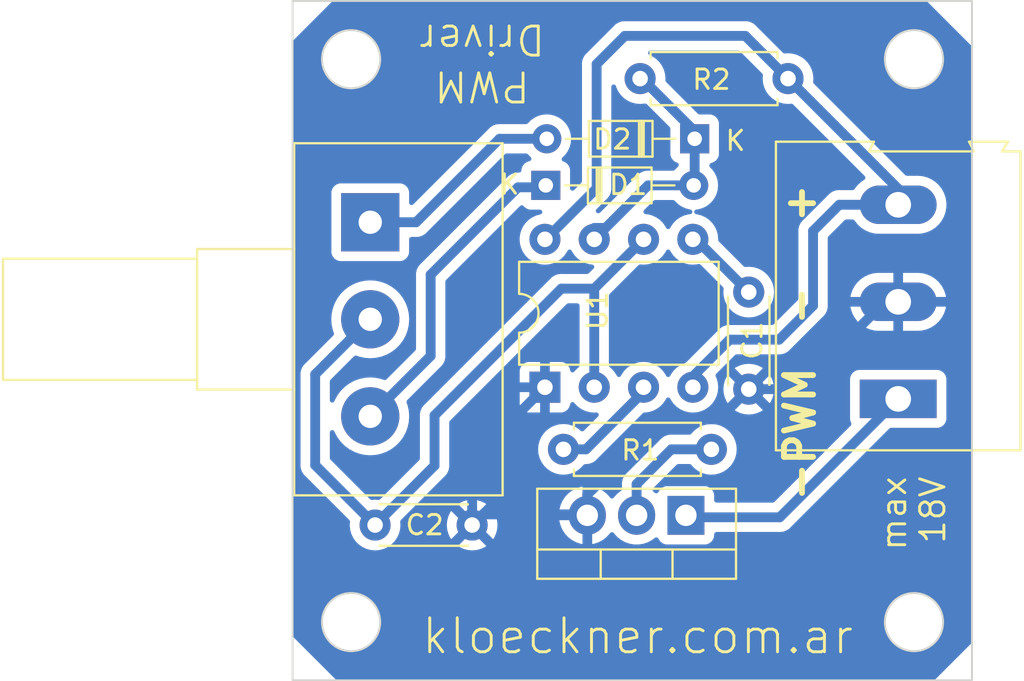
<source format=kicad_pcb>
(kicad_pcb (version 20221018) (generator pcbnew)
  (layers (0 "F.Cu" signal) (31 "B.Cu" signal) (34 "B.Paste" user) (35 "F.Paste" user) (36 "B.SilkS" user "B.Silkscreen") (37 "F.SilkS" user "F.Silkscreen") (38 "B.Mask" user) (39 "F.Mask" user) (44 "Edge.Cuts" user))
  (net 0 "")
  (net 1 "Net-(U1-CV)")
  (net 2 "0")
  (net 3 "Net-(D1-K)")
  (net 4 "Net-(D1-A)")
  (net 5 "VCC")
  (net 6 "Net-(Q1-G)")
  (net 7 "Net-(U1-Q)")
  (net 8 "Net-(U1-THR)")
  (net 9 "Net-(D2-A)")
  (net 10 "Net-(J1-Pin_3)")
  (footprint "Diode_THT:D_DO-34_SOD68_P7.62mm_Horizontal" (layer "F.Cu") (at 125.7 52.1 180)
    (fp_text reference "D2" (at 4.245 -0.03) (layer "F.SilkS"))
    (fp_text value "4148")
    (fp_text user "K" (at -2.1 -0.1) (layer "F.SilkS"))
    (fp_line (start 0.99 0) (end 2.17 0) (stroke (width 0.12)) (layer "F.SilkS"))
    (fp_line (start 2.17 -0.92) (end 2.17 0.92) (stroke (width 0.12)) (layer "F.SilkS"))
    (fp_line (start 2.17 0.92) (end 5.45 0.92) (stroke (width 0.12)) (layer "F.SilkS"))
    (fp_line (start 2.626 -0.92) (end 2.626 0.92) (stroke (width 0.12)) (layer "F.SilkS"))
    (fp_line (start 2.746 -0.92) (end 2.746 0.92) (stroke (width 0.12)) (layer "F.SilkS"))
    (fp_line (start 2.866 -0.92) (end 2.866 0.92) (stroke (width 0.12)) (layer "F.SilkS"))
    (fp_line (start 5.45 -0.92) (end 2.17 -0.92) (stroke (width 0.12)) (layer "F.SilkS"))
    (fp_line (start 5.45 0.92) (end 5.45 -0.92) (stroke (width 0.12)) (layer "F.SilkS"))
    (fp_line (start 6.63 0) (end 5.45 0) (stroke (width 0.12)) (layer "F.SilkS"))
    (pad "1" thru_hole rect (at 0 0 180) (size 1.5 1.5) (drill 0.75) (layers "*.Cu" "*.Mask") (net 4 "Net-(D1-A)"))
    (pad "2" thru_hole oval (at 7.62 0 180) (size 1.5 1.5) (drill 0.75) (layers "*.Cu" "*.Mask") (net 9 "Net-(D2-A)"))
  )
  (footprint "Resistor_THT:R_Axial_DIN0207_L6.3mm_D2.5mm_P7.62mm_Horizontal" (layer "F.Cu") (at 130.51 49 180)
    (fp_text reference "R2" (at 3.9465 -0.05 180) (layer "F.SilkS"))
    (fp_text value "1k")
    (fp_line (start 0.54 -1.37) (end 7.08 -1.37) (stroke (width 0.12)) (layer "F.SilkS"))
    (fp_line (start 0.54 -1.04) (end 0.54 -1.37) (stroke (width 0.12)) (layer "F.SilkS"))
    (fp_line (start 0.54 1.04) (end 0.54 1.37) (stroke (width 0.12)) (layer "F.SilkS"))
    (fp_line (start 0.54 1.37) (end 7.08 1.37) (stroke (width 0.12)) (layer "F.SilkS"))
    (fp_line (start 7.08 -1.37) (end 7.08 -1.04) (stroke (width 0.12)) (layer "F.SilkS"))
    (fp_line (start 7.08 1.37) (end 7.08 1.04) (stroke (width 0.12)) (layer "F.SilkS"))
    (pad "1" thru_hole circle (at 0 0 180) (size 1.6 1.6) (drill 0.8) (layers "*.Cu" "*.Mask") (net 5 "VCC"))
    (pad "2" thru_hole oval (at 7.62 0 180) (size 1.6 1.6) (drill 0.8) (layers "*.Cu" "*.Mask") (net 4 "Net-(D1-A)"))
  )
  (footprint "TerminalBlock:TerminalBlock_Altech_AK300-3_P5.00mm" (layer "F.Cu") (at 136.1865 65.5 90)
    (fp_text reference "J1" hide)
    (fp_text value "Bornera" hide)
    (fp_line (start -2.65 -6.3) (end -2.65 6.3) (stroke (width 0.12)) (layer "F.SilkS"))
    (fp_line (start -2.65 6.3) (end 12.75 6.3) (stroke (width 0.12)) (layer "F.SilkS"))
    (fp_line (start 12.75 -1.5) (end 13.25 -1.25) (stroke (width 0.12)) (layer "F.SilkS"))
    (fp_line (start 12.75 3.9) (end 12.75 -1.5) (stroke (width 0.12)) (layer "F.SilkS"))
    (fp_line (start 12.75 5.35) (end 13.25 5.65) (stroke (width 0.12)) (layer "F.SilkS"))
    (fp_line (start 12.75 6.3) (end 12.75 5.35) (stroke (width 0.12)) (layer "F.SilkS"))
    (fp_line (start 13.25 -6.3) (end -2.65 -6.3) (stroke (width 0.12)) (layer "F.SilkS"))
    (fp_line (start 13.25 -1.25) (end 13.25 -6.3) (stroke (width 0.12)) (layer "F.SilkS"))
    (fp_line (start 13.25 3.65) (end 12.75 3.9) (stroke (width 0.12)) (layer "F.SilkS"))
    (fp_line (start 13.25 5.65) (end 13.25 3.65) (stroke (width 0.12)) (layer "F.SilkS"))
    (pad "1" thru_hole rect (at 0 0 90) (size 1.98 3.96) (drill 1.32) (layers "*.Cu" "*.Mask") (net 10 "Net-(J1-Pin_3)"))
    (pad "2" thru_hole oval (at 5 0 90) (size 1.98 3.96) (drill 1.32) (layers "*.Cu" "*.Mask") (net 2 "0"))
    (pad "3" thru_hole oval (at 10 0 90) (size 1.98 3.96) (drill 1.32) (layers "*.Cu" "*.Mask") (net 5 "VCC"))
  )
  (footprint "Capacitor_THT:C_Disc_D4.3mm_W1.9mm_P5.00mm" (layer "F.Cu") (at 109.2365 72)
    (fp_text reference "C2" (at 2.55 0) (layer "F.SilkS"))
    (fp_text value "10nF")
    (fp_line (start 0.23 -1.07) (end 0.23 -1.055) (stroke (width 0.12)) (layer "F.SilkS"))
    (fp_line (start 0.23 -1.07) (end 4.77 -1.07) (stroke (width 0.12)) (layer "F.SilkS"))
    (fp_line (start 0.23 1.055) (end 0.23 1.07) (stroke (width 0.12)) (layer "F.SilkS"))
    (fp_line (start 0.23 1.07) (end 4.77 1.07) (stroke (width 0.12)) (layer "F.SilkS"))
    (fp_line (start 4.77 -1.07) (end 4.77 -1.055) (stroke (width 0.12)) (layer "F.SilkS"))
    (fp_line (start 4.77 1.055) (end 4.77 1.07) (stroke (width 0.12)) (layer "F.SilkS"))
    (pad "1" thru_hole circle (at 0 0) (size 1.6 1.6) (drill 0.8) (layers "*.Cu" "*.Mask") (net 8 "Net-(U1-THR)"))
    (pad "2" thru_hole circle (at 5 0) (size 1.6 1.6) (drill 0.8) (layers "*.Cu" "*.Mask") (net 2 "0"))
  )
  (footprint "Resistor_THT:R_Axial_DIN0207_L6.3mm_D2.5mm_P7.62mm_Horizontal" (layer "F.Cu") (at 118.94 68.1)
    (fp_text reference "R1" (at 3.96 0.05) (layer "F.SilkS"))
    (fp_text value "46k")
    (fp_line (start 0.54 -1.37) (end 7.08 -1.37) (stroke (width 0.12)) (layer "F.SilkS"))
    (fp_line (start 0.54 -1.04) (end 0.54 -1.37) (stroke (width 0.12)) (layer "F.SilkS"))
    (fp_line (start 0.54 1.04) (end 0.54 1.37) (stroke (width 0.12)) (layer "F.SilkS"))
    (fp_line (start 0.54 1.37) (end 7.08 1.37) (stroke (width 0.12)) (layer "F.SilkS"))
    (fp_line (start 7.08 -1.37) (end 7.08 -1.04) (stroke (width 0.12)) (layer "F.SilkS"))
    (fp_line (start 7.08 1.37) (end 7.08 1.04) (stroke (width 0.12)) (layer "F.SilkS"))
    (pad "1" thru_hole circle (at 0 0) (size 1.6 1.6) (drill 0.8) (layers "*.Cu" "*.Mask") (net 7 "Net-(U1-Q)"))
    (pad "2" thru_hole oval (at 7.62 0) (size 1.6 1.6) (drill 0.8) (layers "*.Cu" "*.Mask") (net 6 "Net-(Q1-G)"))
  )
  (footprint "Capacitor_THT:C_Disc_D4.3mm_W1.9mm_P5.00mm" (layer "F.Cu") (at 128.4865 60 -90)
    (fp_text reference "C1" (at 2.5 -0.18 90) (layer "F.SilkS"))
    (fp_text value "10nF")
    (fp_line (start 0.23 -1.07) (end 0.23 -1.055) (stroke (width 0.12)) (layer "F.SilkS"))
    (fp_line (start 0.23 -1.07) (end 4.77 -1.07) (stroke (width 0.12)) (layer "F.SilkS"))
    (fp_line (start 0.23 1.055) (end 0.23 1.07) (stroke (width 0.12)) (layer "F.SilkS"))
    (fp_line (start 0.23 1.07) (end 4.77 1.07) (stroke (width 0.12)) (layer "F.SilkS"))
    (fp_line (start 4.77 -1.07) (end 4.77 -1.055) (stroke (width 0.12)) (layer "F.SilkS"))
    (fp_line (start 4.77 1.055) (end 4.77 1.07) (stroke (width 0.12)) (layer "F.SilkS"))
    (pad "1" thru_hole circle (at 0 0 270) (size 1.6 1.6) (drill 0.8) (layers "*.Cu" "*.Mask") (net 1 "Net-(U1-CV)"))
    (pad "2" thru_hole circle (at 5 0 270) (size 1.6 1.6) (drill 0.8) (layers "*.Cu" "*.Mask") (net 2 "0"))
  )
  (footprint "Diode_THT:D_DO-34_SOD68_P7.62mm_Horizontal" (layer "F.Cu") (at 118.03 54.5)
    (fp_text reference "D1" (at 4.245 -0.03) (layer "F.SilkS"))
    (fp_text value "4148" hide)
    (fp_text user "K" (at -1.8715 -0.05) (layer "F.SilkS"))
    (fp_line (start 0.99 0) (end 2.17 0) (stroke (width 0.12)) (layer "F.SilkS"))
    (fp_line (start 2.17 -0.92) (end 2.17 0.92) (stroke (width 0.12)) (layer "F.SilkS"))
    (fp_line (start 2.17 0.92) (end 5.45 0.92) (stroke (width 0.12)) (layer "F.SilkS"))
    (fp_line (start 2.626 -0.92) (end 2.626 0.92) (stroke (width 0.12)) (layer "F.SilkS"))
    (fp_line (start 2.746 -0.92) (end 2.746 0.92) (stroke (width 0.12)) (layer "F.SilkS"))
    (fp_line (start 2.866 -0.92) (end 2.866 0.92) (stroke (width 0.12)) (layer "F.SilkS"))
    (fp_line (start 5.45 -0.92) (end 2.17 -0.92) (stroke (width 0.12)) (layer "F.SilkS"))
    (fp_line (start 5.45 0.92) (end 5.45 -0.92) (stroke (width 0.12)) (layer "F.SilkS"))
    (fp_line (start 6.63 0) (end 5.45 0) (stroke (width 0.12)) (layer "F.SilkS"))
    (pad "1" thru_hole rect (at 0 0) (size 1.5 1.5) (drill 0.75) (layers "*.Cu" "*.Mask") (net 3 "Net-(D1-K)"))
    (pad "2" thru_hole oval (at 7.62 0) (size 1.5 1.5) (drill 0.75) (layers "*.Cu" "*.Mask") (net 4 "Net-(D1-A)"))
  )
  (footprint "Potentiometer_THT:Potentiometer_Alps_RK163_Single_Horizontal" (layer "F.Cu") (at 108.9865 56.4)
    (fp_text reference "RV1" hide)
    (fp_text value "50k")
    (fp_line (start -18.92 8.12) (end -18.92 1.88) (stroke (width 0.12)) (layer "F.SilkS"))
    (fp_line (start -8.92 1.88) (end -18.92 1.88) (stroke (width 0.12)) (layer "F.SilkS"))
    (fp_line (start -8.92 8.12) (end -18.92 8.12) (stroke (width 0.12)) (layer "F.SilkS"))
    (fp_line (start -8.92 8.62) (end -8.92 1.38) (stroke (width 0.12)) (layer "F.SilkS"))
    (fp_line (start -3.92 1.38) (end -8.92 1.38) (stroke (width 0.12)) (layer "F.SilkS"))
    (fp_line (start -3.92 8.62) (end -8.92 8.62) (stroke (width 0.12)) (layer "F.SilkS"))
    (fp_line (start -3.92 14.07) (end -3.92 -4.07) (stroke (width 0.12)) (layer "F.SilkS"))
    (fp_line (start 6.82 -4.07) (end -3.92 -4.07) (stroke (width 0.12)) (layer "F.SilkS"))
    (fp_line (start 6.82 14.07) (end -3.92 14.07) (stroke (width 0.12)) (layer "F.SilkS"))
    (fp_line (start 6.82 14.07) (end 6.82 -4.07) (stroke (width 0.12)) (layer "F.SilkS"))
    (pad "1" thru_hole rect (at 0 0 180) (size 3 3) (drill 1.2) (layers "*.Cu" "*.Mask") (net 9 "Net-(D2-A)"))
    (pad "2" thru_hole circle (at 0 5 180) (size 3 3) (drill 1.2) (layers "*.Cu" "*.Mask") (net 8 "Net-(U1-THR)"))
    (pad "3" thru_hole circle (at 0 10 180) (size 3 3) (drill 1.2) (layers "*.Cu" "*.Mask") (net 3 "Net-(D1-K)"))
  )
  (footprint "Package_DIP:DIP-8_W7.62mm" (layer "F.Cu") (at 117.9865 64.9 90)
    (fp_text reference "U1" (at 3.95 2.7135 90) (layer "F.SilkS"))
    (fp_text value "NE555P")
    (fp_line (start 1.16 -1.33) (end 1.16 8.95) (stroke (width 0.12)) (layer "F.SilkS"))
    (fp_line (start 1.16 8.95) (end 6.46 8.95) (stroke (width 0.12)) (layer "F.SilkS"))
    (fp_line (start 2.81 -1.33) (end 1.16 -1.33) (stroke (width 0.12)) (layer "F.SilkS"))
    (fp_line (start 6.46 -1.33) (end 4.81 -1.33) (stroke (width 0.12)) (layer "F.SilkS"))
    (fp_line (start 6.46 8.95) (end 6.46 -1.33) (stroke (width 0.12)) (layer "F.SilkS"))
    (fp_arc (start 4.81 -1.33) (mid 3.81 -0.33) (end 2.81 -1.33) (stroke (width 0.12)) (layer "F.SilkS"))
    (pad "1" thru_hole rect (at 0 0 90) (size 1.6 1.6) (drill 0.8) (layers "*.Cu" "*.Mask") (net 2 "0"))
    (pad "2" thru_hole oval (at 0 2.54 90) (size 1.6 1.6) (drill 0.8) (layers "*.Cu" "*.Mask") (net 8 "Net-(U1-THR)"))
    (pad "3" thru_hole oval (at 0 5.08 90) (size 1.6 1.6) (drill 0.8) (layers "*.Cu" "*.Mask") (net 7 "Net-(U1-Q)"))
    (pad "4" thru_hole oval (at 0 7.62 90) (size 1.6 1.6) (drill 0.8) (layers "*.Cu" "*.Mask") (net 5 "VCC"))
    (pad "5" thru_hole oval (at 7.62 7.62 90) (size 1.6 1.6) (drill 0.8) (layers "*.Cu" "*.Mask") (net 1 "Net-(U1-CV)"))
    (pad "6" thru_hole oval (at 7.62 5.08 90) (size 1.6 1.6) (drill 0.8) (layers "*.Cu" "*.Mask") (net 8 "Net-(U1-THR)"))
    (pad "7" thru_hole oval (at 7.62 2.54 90) (size 1.6 1.6) (drill 0.8) (layers "*.Cu" "*.Mask") (net 4 "Net-(D1-A)"))
    (pad "8" thru_hole oval (at 7.62 0 90) (size 1.6 1.6) (drill 0.8) (layers "*.Cu" "*.Mask") (net 5 "VCC"))
  )
  (footprint "Package_TO_SOT_THT:TO-220-3_Vertical" (layer "F.Cu") (at 125.25 71.5 180)
    (fp_text reference "Q1" hide)
    (fp_text value "IRF1407")
    (fp_line (start -2.58 -3.27) (end -2.58 1.371) (stroke (width 0.12)) (layer "F.SilkS"))
    (fp_line (start -2.58 -3.27) (end 7.66 -3.27) (stroke (width 0.12)) (layer "F.SilkS"))
    (fp_line (start -2.58 -1.76) (end 7.66 -1.76) (stroke (width 0.12)) (layer "F.SilkS"))
    (fp_line (start -2.58 1.371) (end 7.66 1.371) (stroke (width 0.12)) (layer "F.SilkS"))
    (fp_line (start 0.69 -3.27) (end 0.69 -1.76) (stroke (width 0.12)) (layer "F.SilkS"))
    (fp_line (start 4.391 -3.27) (end 4.391 -1.76) (stroke (width 0.12)) (layer "F.SilkS"))
    (fp_line (start 7.66 -3.27) (end 7.66 1.371) (stroke (width 0.12)) (layer "F.SilkS"))
    (pad "1" thru_hole rect (at 0 0 180) (size 1.905 2) (drill 1.1) (layers "*.Cu" "*.Mask") (net 10 "Net-(J1-Pin_3)"))
    (pad "2" thru_hole oval (at 2.54 0 180) (size 1.905 2) (drill 1.1) (layers "*.Cu" "*.Mask") (net 6 "Net-(Q1-G)"))
    (pad "3" thru_hole oval (at 5.08 0 180) (size 1.905 2) (drill 1.1) (layers "*.Cu" "*.Mask") (net 2 "0"))
  )
  (gr_circle (center 108 77) (end 109.5 77) (stroke (width 0.1)) (fill none) (layer "Edge.Cuts"))
  (gr_circle (center 108 48) (end 109.5 48) (stroke (width 0.1)) (fill none) (layer "Edge.Cuts"))
  (gr_circle (center 137 48) (end 138.5 48) (stroke (width 0.1)) (fill none) (layer "Edge.Cuts"))
  (gr_rect (start 104.9865 45) (end 139.9865 80) (stroke (width 0.1)) (fill none) (layer "Edge.Cuts"))
  (gr_circle (center 137 77) (end 138.5 77) (stroke (width 0.1)) (fill none) (layer "Edge.Cuts"))
  (gr_text "max\n18V" (at 138.7 69.4 90) (layer "F.SilkS") (effects (font (size 1.25 1.25)) (justify right bottom)))
  (gr_text "PWM\nDriver" (at 114.75 46.1 180) (layer "F.SilkS") (effects (font (size 1.5 1.5)) (justify bottom)))
  (gr_text "-PWM  -   +" (at 132 70.9 90) (layer "F.SilkS") (effects (font (size 1.5 1.5) (thickness 0.3) bold) (justify left bottom)))
  (gr_text "kloeckner.com.ar" (at 111.5365 78.75) (layer "F.SilkS") (effects (font (size 1.75 1.75)) (justify left bottom)))
  (segment (start 125.6065 57.28) (end 125.7665 57.28) (width 0.508) (layer "B.Cu") (net 1))
  (segment (start 125.7665 57.28) (end 128.4865 60) (width 0.508) (layer "B.Cu") (net 1))
  (segment (start 114.7865 71.45) (end 114.2365 72) (width 0.508) (layer "B.Cu") (net 2))
  (segment (start 135.5 60.5) (end 131 65) (width 0.508) (layer "B.Cu") (net 2))
  (segment (start 126.9365 66.55) (end 128.4865 65) (width 0.508) (layer "B.Cu") (net 2))
  (segment (start 120.17 71.3) (end 120.17 70.707) (width 0.508) (layer "B.Cu") (net 2))
  (segment (start 120.1565 70.4435) (end 124.05 66.55) (width 0.508) (layer "B.Cu") (net 2))
  (segment (start 119.9065 71.45) (end 114.7865 71.45) (width 0.508) (layer "B.Cu") (net 2))
  (segment (start 114.2365 68.65) (end 114.2365 72) (width 0.508) (layer "B.Cu") (net 2))
  (segment (start 131 65) (end 128.4865 65) (width 0.508) (layer "B.Cu") (net 2))
  (segment (start 117.9865 64.9) (end 114.2365 68.65) (width 0.508) (layer "B.Cu") (net 2))
  (segment (start 124.05 66.55) (end 126.9365 66.55) (width 0.508) (layer "B.Cu") (net 2))
  (segment (start 136.1865 60.5) (end 135.5 60.5) (width 0.508) (layer "B.Cu") (net 2))
  (segment (start 112.1 59.1) (end 112.1 63.2865) (width 0.508) (layer "B.Cu") (net 3))
  (segment (start 118.4715 54.6) (end 116.6 54.6) (width 0.508) (layer "B.Cu") (net 3))
  (segment (start 116.6 54.6) (end 112.1 59.1) (width 0.508) (layer "B.Cu") (net 3))
  (segment (start 112.1 63.2865) (end 108.9865 66.4) (width 0.508) (layer "B.Cu") (net 3))
  (segment (start 121.108 56.692) (end 123.3 54.5) (width 0.508) (layer "B.Cu") (net 4))
  (segment (start 122.89 49) (end 122.9865 49) (width 0.508) (layer "B.Cu") (net 4))
  (segment (start 125.7 51.7135) (end 125.7 54.2085) (width 0.508) (layer "B.Cu") (net 4))
  (segment (start 123.3 54.5) (end 125.65 54.5) (width 0.508) (layer "B.Cu") (net 4))
  (segment (start 120.5265 56.692) (end 121.108 56.692) (width 0.508) (layer "B.Cu") (net 4))
  (segment (start 125.7 54.2085) (end 126.0915 54.6) (width 0.508) (layer "B.Cu") (net 4))
  (segment (start 122.9865 49) (end 125.7 51.7135) (width 0.508) (layer "B.Cu") (net 4))
  (segment (start 125.6065 64.9) (end 125.6065 64.3435) (width 0.508) (layer "B.Cu") (net 5))
  (segment (start 125.6065 64.3435) (end 127.5 62.45) (width 0.508) (layer "B.Cu") (net 5))
  (segment (start 131.8 60.7) (end 131.8 56.85) (width 0.508) (layer "B.Cu") (net 5))
  (segment (start 120.65 48.25) (end 120.65 54.65) (width 0.508) (layer "B.Cu") (net 5))
  (segment (start 117.9865 57.28) (end 118.37 57.28) (width 0.508) (layer "B.Cu") (net 5))
  (segment (start 118.02 57.28) (end 117.9865 57.28) (width 0.508) (layer "B.Cu") (net 5))
  (segment (start 120.65 54.65) (end 118.02 57.28) (width 0.508) (layer "B.Cu") (net 5))
  (segment (start 130.51 49) (end 136.1865 54.6765) (width 0.508) (layer "B.Cu") (net 5))
  (segment (start 127.5 62.45) (end 130.05 62.45) (width 0.508) (layer "B.Cu") (net 5))
  (segment (start 131.8 56.85) (end 133.15 55.5) (width 0.508) (layer "B.Cu") (net 5))
  (segment (start 122.1 46.8) (end 120.65 48.25) (width 0.508) (layer "B.Cu") (net 5))
  (segment (start 130.51 49) (end 128.31 46.8) (width 0.508) (layer "B.Cu") (net 5))
  (segment (start 128.31 46.8) (end 122.1 46.8) (width 0.508) (layer "B.Cu") (net 5))
  (segment (start 136.1865 54.6765) (end 136.1865 55.5) (width 0.508) (layer "B.Cu") (net 5))
  (segment (start 130.05 62.45) (end 131.8 60.7) (width 0.508) (layer "B.Cu") (net 5))
  (segment (start 133.15 55.5) (end 136.1865 55.5) (width 0.508) (layer "B.Cu") (net 5))
  (segment (start 122.71 71.3) (end 122.71 69.887) (width 0.508) (layer "B.Cu") (net 6))
  (segment (start 122.71 69.887) (end 124.497 68.1) (width 0.508) (layer "B.Cu") (net 6))
  (segment (start 124.497 68.1) (end 126.56 68.1) (width 0.508) (layer "B.Cu") (net 6))
  (segment (start 123.0665 65.1335) (end 123.0665 64.9) (width 0.508) (layer "B.Cu") (net 7))
  (segment (start 123.0665 65.02) (end 123.0665 64.9) (width 0.508) (layer "B.Cu") (net 7))
  (segment (start 118.94 68.1) (end 120.1 68.1) (width 0.508) (layer "B.Cu") (net 7))
  (segment (start 120.1 68.1) (end 123.0665 65.1335) (width 0.508) (layer "B.Cu") (net 7))
  (segment (start 108.9865 61.4) (end 106.15 64.2365) (width 0.508) (layer "B.Cu") (net 8))
  (segment (start 120.5265 64.9) (end 120.5265 59.82) (width 0.508) (layer "B.Cu") (net 8))
  (segment (start 118.83 59.82) (end 120.5265 59.82) (width 0.508) (layer "B.Cu") (net 8))
  (segment (start 120.5265 59.82) (end 123.0665 57.28) (width 0.508) (layer "B.Cu") (net 8))
  (segment (start 112.3 68.9365) (end 112.3 66.35) (width 0.508) (layer "B.Cu") (net 8))
  (segment (start 106.15 64.2365) (end 106.15 68.9135) (width 0.508) (layer "B.Cu") (net 8))
  (segment (start 109.2365 72) (end 112.3 68.9365) (width 0.508) (layer "B.Cu") (net 8))
  (segment (start 112.3 66.35) (end 118.83 59.82) (width 0.508) (layer "B.Cu") (net 8))
  (segment (start 106.15 68.9135) (end 109.2365 72) (width 0.508) (layer "B.Cu") (net 8))
  (segment (start 111.35 56.4) (end 115.65 52.1) (width 0.508) (layer "B.Cu") (net 9))
  (segment (start 108.9865 56.4) (end 111.35 56.4) (width 0.508) (layer "B.Cu") (net 9))
  (segment (start 115.65 52.1) (end 118.4665 52.1) (width 0.508) (layer "B.Cu") (net 9))
  (segment (start 125.5865 71.6) (end 130.0865 71.6) (width 0.508) (layer "B.Cu") (net 10))
  (segment (start 124.9865 71) (end 125.5865 71.6) (width 0.508) (layer "B.Cu") (net 10))
  (segment (start 130.0865 71.6) (end 136.1865 65.5) (width 0.508) (layer "B.Cu") (net 10))
  (zone (net 2) (net_name "0") (layer "B.Cu") (connect_pads (clearance 0.5)) (min_thickness 0.25) (fill yes (thermal_gap 0.5) (thermal_bridge_width 0.5) (island_removal_mode 1) (island_area_min 10))
    (polygon (pts (xy 104.95 45) (xy 104.95 77.7) (xy 107.3 80.05) (xy 138 80.05) (xy 140 78.05) (xy 140 47.35) (xy 137.65 45) (xy 107.05 45) (xy 105 47.05) (xy 105 45.05)))
  )
)
</source>
